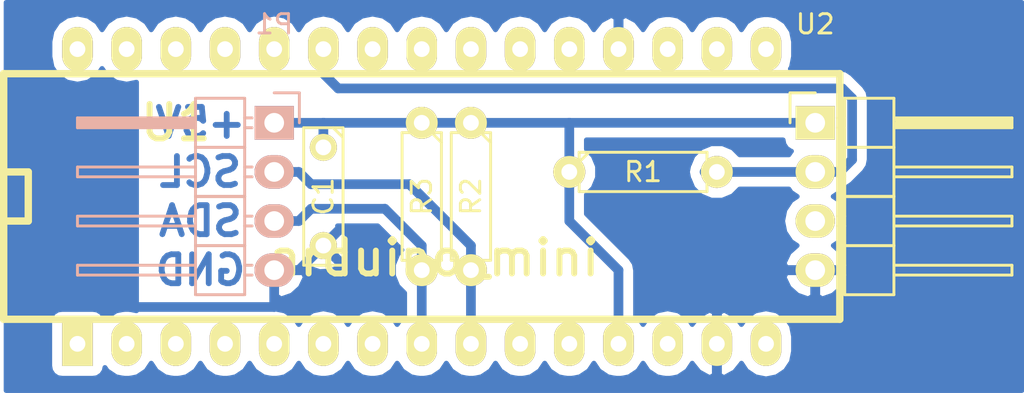
<source format=kicad_pcb>
(kicad_pcb (version 4) (host pcbnew "(after 2015-mar-04 BZR unknown)-product")

  (general
    (links 16)
    (no_connects 0)
    (area 0 0 0 0)
    (thickness 1.6)
    (drawings 4)
    (tracks 49)
    (zones 0)
    (modules 7)
    (nets 31)
  )

  (page A4)
  (layers
    (0 F.Cu signal)
    (31 B.Cu signal)
    (32 B.Adhes user)
    (33 F.Adhes user)
    (34 B.Paste user)
    (35 F.Paste user)
    (36 B.SilkS user)
    (37 F.SilkS user)
    (38 B.Mask user)
    (39 F.Mask user)
    (40 Dwgs.User user)
    (41 Cmts.User user)
    (42 Eco1.User user)
    (43 Eco2.User user)
    (44 Edge.Cuts user)
    (45 Margin user)
    (46 B.CrtYd user)
    (47 F.CrtYd user)
    (48 B.Fab user)
    (49 F.Fab user)
  )

  (setup
    (last_trace_width 0.5)
    (trace_clearance 0.2)
    (zone_clearance 0.508)
    (zone_45_only no)
    (trace_min 0.2)
    (segment_width 0.2)
    (edge_width 0.1)
    (via_size 0.6)
    (via_drill 0.4)
    (via_min_size 0.4)
    (via_min_drill 0.3)
    (uvia_size 0.3)
    (uvia_drill 0.1)
    (uvias_allowed no)
    (uvia_min_size 0.2)
    (uvia_min_drill 0.1)
    (pcb_text_width 0.3)
    (pcb_text_size 1.5 1.5)
    (mod_edge_width 0.15)
    (mod_text_size 1 1)
    (mod_text_width 0.15)
    (pad_size 1.5 1.5)
    (pad_drill 0.6)
    (pad_to_mask_clearance 0)
    (aux_axis_origin 0 0)
    (visible_elements FFFFFF7F)
    (pcbplotparams
      (layerselection 0x00030_80000001)
      (usegerberextensions false)
      (excludeedgelayer true)
      (linewidth 0.100000)
      (plotframeref false)
      (viasonmask false)
      (mode 1)
      (useauxorigin false)
      (hpglpennumber 1)
      (hpglpenspeed 20)
      (hpglpendiameter 15)
      (hpglpenoverlay 2)
      (psnegative false)
      (psa4output false)
      (plotreference true)
      (plotvalue true)
      (plotinvisibletext false)
      (padsonsilk false)
      (subtractmaskfromsilk false)
      (outputformat 1)
      (mirror false)
      (drillshape 1)
      (scaleselection 1)
      (outputdirectory ""))
  )

  (net 0 "")
  (net 1 +5V)
  (net 2 GND)
  (net 3 "Net-(P1-Pad2)")
  (net 4 "Net-(P1-Pad3)")
  (net 5 "Net-(R1-Pad2)")
  (net 6 "Net-(U1-Pad1)")
  (net 7 "Net-(U1-Pad2)")
  (net 8 "Net-(U1-Pad3)")
  (net 9 "Net-(U1-Pad4)")
  (net 10 "Net-(U1-Pad5)")
  (net 11 "Net-(U1-Pad6)")
  (net 12 "Net-(U1-Pad7)")
  (net 13 "Net-(U1-Pad10)")
  (net 14 "Net-(U1-Pad11)")
  (net 15 "Net-(U1-Pad13)")
  (net 16 "Net-(U1-Pad15)")
  (net 17 "Net-(U1-Pad16)")
  (net 18 "Net-(U1-Pad17)")
  (net 19 "Net-(U1-Pad18)")
  (net 20 "Net-(U1-Pad20)")
  (net 21 "Net-(U1-Pad21)")
  (net 22 "Net-(U1-Pad22)")
  (net 23 "Net-(U1-Pad23)")
  (net 24 "Net-(U1-Pad24)")
  (net 25 "Net-(U1-Pad26)")
  (net 26 "Net-(U1-Pad27)")
  (net 27 "Net-(U1-Pad28)")
  (net 28 "Net-(U1-Pad29)")
  (net 29 "Net-(U1-Pad30)")
  (net 30 "Net-(U2-Pad3)")

  (net_class Default "Toto je výchozí třída sítě."
    (clearance 0.2)
    (trace_width 0.5)
    (via_dia 0.6)
    (via_drill 0.4)
    (uvia_dia 0.3)
    (uvia_drill 0.1)
    (add_net +5V)
    (add_net GND)
    (add_net "Net-(P1-Pad2)")
    (add_net "Net-(P1-Pad3)")
    (add_net "Net-(R1-Pad2)")
    (add_net "Net-(U1-Pad1)")
    (add_net "Net-(U1-Pad10)")
    (add_net "Net-(U1-Pad11)")
    (add_net "Net-(U1-Pad13)")
    (add_net "Net-(U1-Pad15)")
    (add_net "Net-(U1-Pad16)")
    (add_net "Net-(U1-Pad17)")
    (add_net "Net-(U1-Pad18)")
    (add_net "Net-(U1-Pad2)")
    (add_net "Net-(U1-Pad20)")
    (add_net "Net-(U1-Pad21)")
    (add_net "Net-(U1-Pad22)")
    (add_net "Net-(U1-Pad23)")
    (add_net "Net-(U1-Pad24)")
    (add_net "Net-(U1-Pad26)")
    (add_net "Net-(U1-Pad27)")
    (add_net "Net-(U1-Pad28)")
    (add_net "Net-(U1-Pad29)")
    (add_net "Net-(U1-Pad3)")
    (add_net "Net-(U1-Pad30)")
    (add_net "Net-(U1-Pad4)")
    (add_net "Net-(U1-Pad5)")
    (add_net "Net-(U1-Pad6)")
    (add_net "Net-(U1-Pad7)")
    (add_net "Net-(U2-Pad3)")
  )

  (module Discret:C2 (layer F.Cu) (tedit 0) (tstamp 563A0612)
    (at 139.7 106.68 270)
    (descr "Condensateur = 2 pas")
    (tags C)
    (path /563A0525)
    (fp_text reference C1 (at 0 0 270) (layer F.SilkS)
      (effects (font (size 1 1) (thickness 0.15)))
    )
    (fp_text value 100n (at 0 0 270) (layer F.Fab)
      (effects (font (size 1 1) (thickness 0.15)))
    )
    (fp_line (start -3.556 -1.016) (end 3.556 -1.016) (layer F.SilkS) (width 0.15))
    (fp_line (start 3.556 -1.016) (end 3.556 1.016) (layer F.SilkS) (width 0.15))
    (fp_line (start 3.556 1.016) (end -3.556 1.016) (layer F.SilkS) (width 0.15))
    (fp_line (start -3.556 1.016) (end -3.556 -1.016) (layer F.SilkS) (width 0.15))
    (fp_line (start -3.556 -0.508) (end -3.048 -1.016) (layer F.SilkS) (width 0.15))
    (pad 1 thru_hole circle (at -2.54 0 270) (size 1.397 1.397) (drill 0.8128) (layers *.Cu *.Mask F.SilkS)
      (net 1 +5V))
    (pad 2 thru_hole circle (at 2.54 0 270) (size 1.397 1.397) (drill 0.8128) (layers *.Cu *.Mask F.SilkS)
      (net 2 GND))
    (model Discret.3dshapes/C2.wrl
      (at (xyz 0 0 0))
      (scale (xyz 1 1 1))
      (rotate (xyz 0 0 0))
    )
  )

  (module Pin_Headers:Pin_Header_Angled_1x04 (layer B.Cu) (tedit 0) (tstamp 563A061A)
    (at 137.16 102.87 180)
    (descr "Through hole pin header")
    (tags "pin header")
    (path /5639FDE0)
    (fp_text reference P1 (at 0 5.1 180) (layer B.SilkS)
      (effects (font (size 1 1) (thickness 0.15)) (justify mirror))
    )
    (fp_text value CONN_01X04 (at 0 3.1 180) (layer B.Fab)
      (effects (font (size 1 1) (thickness 0.15)) (justify mirror))
    )
    (fp_line (start -1.5 1.75) (end -1.5 -9.4) (layer B.CrtYd) (width 0.05))
    (fp_line (start 10.65 1.75) (end 10.65 -9.4) (layer B.CrtYd) (width 0.05))
    (fp_line (start -1.5 1.75) (end 10.65 1.75) (layer B.CrtYd) (width 0.05))
    (fp_line (start -1.5 -9.4) (end 10.65 -9.4) (layer B.CrtYd) (width 0.05))
    (fp_line (start -1.3 1.55) (end -1.3 0) (layer B.SilkS) (width 0.15))
    (fp_line (start 0 1.55) (end -1.3 1.55) (layer B.SilkS) (width 0.15))
    (fp_line (start 4.191 0.127) (end 10.033 0.127) (layer B.SilkS) (width 0.15))
    (fp_line (start 10.033 0.127) (end 10.033 -0.127) (layer B.SilkS) (width 0.15))
    (fp_line (start 10.033 -0.127) (end 4.191 -0.127) (layer B.SilkS) (width 0.15))
    (fp_line (start 4.191 -0.127) (end 4.191 0) (layer B.SilkS) (width 0.15))
    (fp_line (start 4.191 0) (end 10.033 0) (layer B.SilkS) (width 0.15))
    (fp_line (start 1.524 0.254) (end 1.143 0.254) (layer B.SilkS) (width 0.15))
    (fp_line (start 1.524 -0.254) (end 1.143 -0.254) (layer B.SilkS) (width 0.15))
    (fp_line (start 1.524 -2.286) (end 1.143 -2.286) (layer B.SilkS) (width 0.15))
    (fp_line (start 1.524 -2.794) (end 1.143 -2.794) (layer B.SilkS) (width 0.15))
    (fp_line (start 1.524 -4.826) (end 1.143 -4.826) (layer B.SilkS) (width 0.15))
    (fp_line (start 1.524 -5.334) (end 1.143 -5.334) (layer B.SilkS) (width 0.15))
    (fp_line (start 1.524 -7.874) (end 1.143 -7.874) (layer B.SilkS) (width 0.15))
    (fp_line (start 1.524 -7.366) (end 1.143 -7.366) (layer B.SilkS) (width 0.15))
    (fp_line (start 1.524 1.27) (end 4.064 1.27) (layer B.SilkS) (width 0.15))
    (fp_line (start 1.524 -1.27) (end 4.064 -1.27) (layer B.SilkS) (width 0.15))
    (fp_line (start 1.524 -1.27) (end 1.524 -3.81) (layer B.SilkS) (width 0.15))
    (fp_line (start 1.524 -3.81) (end 4.064 -3.81) (layer B.SilkS) (width 0.15))
    (fp_line (start 4.064 -2.286) (end 10.16 -2.286) (layer B.SilkS) (width 0.15))
    (fp_line (start 10.16 -2.286) (end 10.16 -2.794) (layer B.SilkS) (width 0.15))
    (fp_line (start 10.16 -2.794) (end 4.064 -2.794) (layer B.SilkS) (width 0.15))
    (fp_line (start 4.064 -3.81) (end 4.064 -1.27) (layer B.SilkS) (width 0.15))
    (fp_line (start 4.064 -1.27) (end 4.064 1.27) (layer B.SilkS) (width 0.15))
    (fp_line (start 10.16 -0.254) (end 4.064 -0.254) (layer B.SilkS) (width 0.15))
    (fp_line (start 10.16 0.254) (end 10.16 -0.254) (layer B.SilkS) (width 0.15))
    (fp_line (start 4.064 0.254) (end 10.16 0.254) (layer B.SilkS) (width 0.15))
    (fp_line (start 1.524 -1.27) (end 4.064 -1.27) (layer B.SilkS) (width 0.15))
    (fp_line (start 1.524 1.27) (end 1.524 -1.27) (layer B.SilkS) (width 0.15))
    (fp_line (start 1.524 -6.35) (end 4.064 -6.35) (layer B.SilkS) (width 0.15))
    (fp_line (start 1.524 -6.35) (end 1.524 -8.89) (layer B.SilkS) (width 0.15))
    (fp_line (start 1.524 -8.89) (end 4.064 -8.89) (layer B.SilkS) (width 0.15))
    (fp_line (start 4.064 -7.366) (end 10.16 -7.366) (layer B.SilkS) (width 0.15))
    (fp_line (start 10.16 -7.366) (end 10.16 -7.874) (layer B.SilkS) (width 0.15))
    (fp_line (start 10.16 -7.874) (end 4.064 -7.874) (layer B.SilkS) (width 0.15))
    (fp_line (start 4.064 -8.89) (end 4.064 -6.35) (layer B.SilkS) (width 0.15))
    (fp_line (start 4.064 -6.35) (end 4.064 -3.81) (layer B.SilkS) (width 0.15))
    (fp_line (start 10.16 -5.334) (end 4.064 -5.334) (layer B.SilkS) (width 0.15))
    (fp_line (start 10.16 -4.826) (end 10.16 -5.334) (layer B.SilkS) (width 0.15))
    (fp_line (start 4.064 -4.826) (end 10.16 -4.826) (layer B.SilkS) (width 0.15))
    (fp_line (start 1.524 -6.35) (end 4.064 -6.35) (layer B.SilkS) (width 0.15))
    (fp_line (start 1.524 -3.81) (end 1.524 -6.35) (layer B.SilkS) (width 0.15))
    (fp_line (start 1.524 -3.81) (end 4.064 -3.81) (layer B.SilkS) (width 0.15))
    (pad 1 thru_hole rect (at 0 0 180) (size 2.032 1.7272) (drill 1.016) (layers *.Cu *.Mask B.SilkS)
      (net 1 +5V))
    (pad 2 thru_hole oval (at 0 -2.54 180) (size 2.032 1.7272) (drill 1.016) (layers *.Cu *.Mask B.SilkS)
      (net 3 "Net-(P1-Pad2)"))
    (pad 3 thru_hole oval (at 0 -5.08 180) (size 2.032 1.7272) (drill 1.016) (layers *.Cu *.Mask B.SilkS)
      (net 4 "Net-(P1-Pad3)"))
    (pad 4 thru_hole oval (at 0 -7.62 180) (size 2.032 1.7272) (drill 1.016) (layers *.Cu *.Mask B.SilkS)
      (net 2 GND))
    (model Pin_Headers.3dshapes/Pin_Header_Angled_1x04.wrl
      (at (xyz 0 -0.15 0))
      (scale (xyz 1 1 1))
      (rotate (xyz 0 0 90))
    )
  )

  (module Discret:R3-LARGE_PADS (layer F.Cu) (tedit 0) (tstamp 563A0620)
    (at 156.21 105.41)
    (descr "Resitance 3 pas")
    (tags R)
    (path /563A00F3)
    (fp_text reference R1 (at 0 0) (layer F.SilkS)
      (effects (font (size 1 1) (thickness 0.15)))
    )
    (fp_text value 4k7 (at 0 0) (layer F.Fab)
      (effects (font (size 1 1) (thickness 0.15)))
    )
    (fp_line (start -3.81 0) (end -3.302 0) (layer F.SilkS) (width 0.15))
    (fp_line (start 3.81 0) (end 3.302 0) (layer F.SilkS) (width 0.15))
    (fp_line (start 3.302 0) (end 3.302 -1.016) (layer F.SilkS) (width 0.15))
    (fp_line (start 3.302 -1.016) (end -3.302 -1.016) (layer F.SilkS) (width 0.15))
    (fp_line (start -3.302 -1.016) (end -3.302 1.016) (layer F.SilkS) (width 0.15))
    (fp_line (start -3.302 1.016) (end 3.302 1.016) (layer F.SilkS) (width 0.15))
    (fp_line (start 3.302 1.016) (end 3.302 0) (layer F.SilkS) (width 0.15))
    (fp_line (start -3.302 -0.508) (end -2.794 -1.016) (layer F.SilkS) (width 0.15))
    (pad 1 thru_hole circle (at -3.81 0) (size 1.651 1.651) (drill 0.8128) (layers *.Cu *.Mask F.SilkS)
      (net 1 +5V))
    (pad 2 thru_hole circle (at 3.81 0) (size 1.651 1.651) (drill 0.8128) (layers *.Cu *.Mask F.SilkS)
      (net 5 "Net-(R1-Pad2)"))
    (model Discret.3dshapes/R3-LARGE_PADS.wrl
      (at (xyz 0 0 0))
      (scale (xyz 0.3 0.3 0.3))
      (rotate (xyz 0 0 0))
    )
  )

  (module Discret:R3-LARGE_PADS (layer F.Cu) (tedit 0) (tstamp 563A0626)
    (at 147.32 106.68 270)
    (descr "Resitance 3 pas")
    (tags R)
    (path /563A0628)
    (fp_text reference R2 (at 0 0 270) (layer F.SilkS)
      (effects (font (size 1 1) (thickness 0.15)))
    )
    (fp_text value 10k (at 0 0 270) (layer F.Fab)
      (effects (font (size 1 1) (thickness 0.15)))
    )
    (fp_line (start -3.81 0) (end -3.302 0) (layer F.SilkS) (width 0.15))
    (fp_line (start 3.81 0) (end 3.302 0) (layer F.SilkS) (width 0.15))
    (fp_line (start 3.302 0) (end 3.302 -1.016) (layer F.SilkS) (width 0.15))
    (fp_line (start 3.302 -1.016) (end -3.302 -1.016) (layer F.SilkS) (width 0.15))
    (fp_line (start -3.302 -1.016) (end -3.302 1.016) (layer F.SilkS) (width 0.15))
    (fp_line (start -3.302 1.016) (end 3.302 1.016) (layer F.SilkS) (width 0.15))
    (fp_line (start 3.302 1.016) (end 3.302 0) (layer F.SilkS) (width 0.15))
    (fp_line (start -3.302 -0.508) (end -2.794 -1.016) (layer F.SilkS) (width 0.15))
    (pad 1 thru_hole circle (at -3.81 0 270) (size 1.651 1.651) (drill 0.8128) (layers *.Cu *.Mask F.SilkS)
      (net 1 +5V))
    (pad 2 thru_hole circle (at 3.81 0 270) (size 1.651 1.651) (drill 0.8128) (layers *.Cu *.Mask F.SilkS)
      (net 3 "Net-(P1-Pad2)"))
    (model Discret.3dshapes/R3-LARGE_PADS.wrl
      (at (xyz 0 0 0))
      (scale (xyz 0.3 0.3 0.3))
      (rotate (xyz 0 0 0))
    )
  )

  (module Discret:R3-LARGE_PADS (layer F.Cu) (tedit 0) (tstamp 563A062C)
    (at 144.78 106.68 270)
    (descr "Resitance 3 pas")
    (tags R)
    (path /563A065A)
    (fp_text reference R3 (at 0 0 270) (layer F.SilkS)
      (effects (font (size 1 1) (thickness 0.15)))
    )
    (fp_text value 10k (at 0 0 270) (layer F.Fab)
      (effects (font (size 1 1) (thickness 0.15)))
    )
    (fp_line (start -3.81 0) (end -3.302 0) (layer F.SilkS) (width 0.15))
    (fp_line (start 3.81 0) (end 3.302 0) (layer F.SilkS) (width 0.15))
    (fp_line (start 3.302 0) (end 3.302 -1.016) (layer F.SilkS) (width 0.15))
    (fp_line (start 3.302 -1.016) (end -3.302 -1.016) (layer F.SilkS) (width 0.15))
    (fp_line (start -3.302 -1.016) (end -3.302 1.016) (layer F.SilkS) (width 0.15))
    (fp_line (start -3.302 1.016) (end 3.302 1.016) (layer F.SilkS) (width 0.15))
    (fp_line (start 3.302 1.016) (end 3.302 0) (layer F.SilkS) (width 0.15))
    (fp_line (start -3.302 -0.508) (end -2.794 -1.016) (layer F.SilkS) (width 0.15))
    (pad 1 thru_hole circle (at -3.81 0 270) (size 1.651 1.651) (drill 0.8128) (layers *.Cu *.Mask F.SilkS)
      (net 1 +5V))
    (pad 2 thru_hole circle (at 3.81 0 270) (size 1.651 1.651) (drill 0.8128) (layers *.Cu *.Mask F.SilkS)
      (net 4 "Net-(P1-Pad3)"))
    (model Discret.3dshapes/R3-LARGE_PADS.wrl
      (at (xyz 0 0 0))
      (scale (xyz 0.3 0.3 0.3))
      (rotate (xyz 0 0 0))
    )
  )

  (module Libraries:arduino_nano (layer F.Cu) (tedit 563A03FD) (tstamp 563A064E)
    (at 146.05 106.68)
    (descr "30 pins DIL package, elliptical pads, width 600mil (arduino nano)")
    (tags "DIL arduino nano")
    (path /5639FCCD)
    (fp_text reference U1 (at -13.97 -3.81) (layer F.SilkS)
      (effects (font (size 1.778 1.778) (thickness 0.3048)))
    )
    (fp_text value arduino_mini (at -0.635 3.175) (layer F.SilkS)
      (effects (font (size 1.778 1.778) (thickness 0.3048)))
    )
    (fp_line (start -22.86 -6.35) (end 20.32 -6.35) (layer F.SilkS) (width 0.381))
    (fp_line (start 20.32 -6.35) (end 20.32 6.35) (layer F.SilkS) (width 0.381))
    (fp_line (start 20.32 6.35) (end -22.86 6.35) (layer F.SilkS) (width 0.381))
    (fp_line (start -22.86 6.35) (end -22.86 -6.35) (layer F.SilkS) (width 0.381))
    (fp_line (start -22.86 1.27) (end -21.59 1.27) (layer F.SilkS) (width 0.381))
    (fp_line (start -21.59 1.27) (end -21.59 -1.27) (layer F.SilkS) (width 0.381))
    (fp_line (start -21.59 -1.27) (end -22.86 -1.27) (layer F.SilkS) (width 0.381))
    (pad 1 thru_hole rect (at -19.05 7.62) (size 1.5748 2.286) (drill 0.8128) (layers *.Cu *.Mask F.SilkS)
      (net 6 "Net-(U1-Pad1)"))
    (pad 2 thru_hole oval (at -16.51 7.62) (size 1.5748 2.286) (drill 0.8128) (layers *.Cu *.Mask F.SilkS)
      (net 7 "Net-(U1-Pad2)"))
    (pad 3 thru_hole oval (at -13.97 7.62) (size 1.5748 2.286) (drill 0.8128) (layers *.Cu *.Mask F.SilkS)
      (net 8 "Net-(U1-Pad3)"))
    (pad 4 thru_hole oval (at -11.43 7.62) (size 1.5748 2.286) (drill 0.8128) (layers *.Cu *.Mask F.SilkS)
      (net 9 "Net-(U1-Pad4)"))
    (pad 5 thru_hole oval (at -8.89 7.62) (size 1.5748 2.286) (drill 0.8128) (layers *.Cu *.Mask F.SilkS)
      (net 10 "Net-(U1-Pad5)"))
    (pad 6 thru_hole oval (at -6.35 7.62) (size 1.5748 2.286) (drill 0.8128) (layers *.Cu *.Mask F.SilkS)
      (net 11 "Net-(U1-Pad6)"))
    (pad 7 thru_hole oval (at -3.81 7.62) (size 1.5748 2.286) (drill 0.8128) (layers *.Cu *.Mask F.SilkS)
      (net 12 "Net-(U1-Pad7)"))
    (pad 8 thru_hole oval (at -1.27 7.62) (size 1.5748 2.286) (drill 0.8128) (layers *.Cu *.Mask F.SilkS)
      (net 4 "Net-(P1-Pad3)"))
    (pad 9 thru_hole oval (at 1.27 7.62) (size 1.5748 2.286) (drill 0.8128) (layers *.Cu *.Mask F.SilkS)
      (net 3 "Net-(P1-Pad2)"))
    (pad 10 thru_hole oval (at 3.81 7.62) (size 1.5748 2.286) (drill 0.8128) (layers *.Cu *.Mask F.SilkS)
      (net 13 "Net-(U1-Pad10)"))
    (pad 11 thru_hole oval (at 6.35 7.62) (size 1.5748 2.286) (drill 0.8128) (layers *.Cu *.Mask F.SilkS)
      (net 14 "Net-(U1-Pad11)"))
    (pad 12 thru_hole oval (at 8.89 7.62) (size 1.5748 2.286) (drill 0.8128) (layers *.Cu *.Mask F.SilkS)
      (net 1 +5V))
    (pad 13 thru_hole oval (at 11.43 7.62) (size 1.5748 2.286) (drill 0.8128) (layers *.Cu *.Mask F.SilkS)
      (net 15 "Net-(U1-Pad13)"))
    (pad 14 thru_hole oval (at 13.97 7.62) (size 1.5748 2.286) (drill 0.8128) (layers *.Cu *.Mask F.SilkS)
      (net 2 GND))
    (pad 15 thru_hole oval (at 16.51 7.62) (size 1.5748 2.286) (drill 0.8128) (layers *.Cu *.Mask F.SilkS)
      (net 16 "Net-(U1-Pad15)"))
    (pad 16 thru_hole oval (at 16.51 -7.62) (size 1.5748 2.286) (drill 0.8128) (layers *.Cu *.Mask F.SilkS)
      (net 17 "Net-(U1-Pad16)"))
    (pad 17 thru_hole oval (at 13.97 -7.62) (size 1.5748 2.286) (drill 0.8128) (layers *.Cu *.Mask F.SilkS)
      (net 18 "Net-(U1-Pad17)"))
    (pad 18 thru_hole oval (at 11.43 -7.62) (size 1.5748 2.286) (drill 0.8128) (layers *.Cu *.Mask F.SilkS)
      (net 19 "Net-(U1-Pad18)"))
    (pad 19 thru_hole oval (at 8.89 -7.62) (size 1.5748 2.286) (drill 0.8128) (layers *.Cu *.Mask F.SilkS)
      (net 2 GND))
    (pad 20 thru_hole oval (at 6.35 -7.62) (size 1.5748 2.286) (drill 0.8128) (layers *.Cu *.Mask F.SilkS)
      (net 20 "Net-(U1-Pad20)"))
    (pad 21 thru_hole oval (at 3.81 -7.62) (size 1.5748 2.286) (drill 0.8128) (layers *.Cu *.Mask F.SilkS)
      (net 21 "Net-(U1-Pad21)"))
    (pad 22 thru_hole oval (at 1.27 -7.62) (size 1.5748 2.286) (drill 0.8128) (layers *.Cu *.Mask F.SilkS)
      (net 22 "Net-(U1-Pad22)"))
    (pad 23 thru_hole oval (at -1.27 -7.62) (size 1.5748 2.286) (drill 0.8128) (layers *.Cu *.Mask F.SilkS)
      (net 23 "Net-(U1-Pad23)"))
    (pad 24 thru_hole oval (at -3.81 -7.62) (size 1.5748 2.286) (drill 0.8128) (layers *.Cu *.Mask F.SilkS)
      (net 24 "Net-(U1-Pad24)"))
    (pad 25 thru_hole oval (at -6.35 -7.62) (size 1.5748 2.286) (drill 0.8128) (layers *.Cu *.Mask F.SilkS)
      (net 5 "Net-(R1-Pad2)"))
    (pad 26 thru_hole oval (at -8.89 -7.62) (size 1.5748 2.286) (drill 0.8128) (layers *.Cu *.Mask F.SilkS)
      (net 25 "Net-(U1-Pad26)"))
    (pad 27 thru_hole oval (at -11.43 -7.62) (size 1.5748 2.286) (drill 0.8128) (layers *.Cu *.Mask F.SilkS)
      (net 26 "Net-(U1-Pad27)"))
    (pad 28 thru_hole oval (at -13.97 -7.62) (size 1.5748 2.286) (drill 0.8128) (layers *.Cu *.Mask F.SilkS)
      (net 27 "Net-(U1-Pad28)"))
    (pad 29 thru_hole oval (at -16.51 -7.62) (size 1.5748 2.286) (drill 0.8128) (layers *.Cu *.Mask F.SilkS)
      (net 28 "Net-(U1-Pad29)"))
    (pad 30 thru_hole oval (at -19.05 -7.62) (size 1.5748 2.286) (drill 0.8128) (layers *.Cu *.Mask F.SilkS)
      (net 29 "Net-(U1-Pad30)"))
  )

  (module Pin_Headers:Pin_Header_Angled_1x04 (layer F.Cu) (tedit 0) (tstamp 563A0656)
    (at 165.1 102.87)
    (descr "Through hole pin header")
    (tags "pin header")
    (path /5639FC79)
    (fp_text reference U2 (at 0 -5.1) (layer F.SilkS)
      (effects (font (size 1 1) (thickness 0.15)))
    )
    (fp_text value DHT11 (at 0 -3.1) (layer F.Fab)
      (effects (font (size 1 1) (thickness 0.15)))
    )
    (fp_line (start -1.5 -1.75) (end -1.5 9.4) (layer F.CrtYd) (width 0.05))
    (fp_line (start 10.65 -1.75) (end 10.65 9.4) (layer F.CrtYd) (width 0.05))
    (fp_line (start -1.5 -1.75) (end 10.65 -1.75) (layer F.CrtYd) (width 0.05))
    (fp_line (start -1.5 9.4) (end 10.65 9.4) (layer F.CrtYd) (width 0.05))
    (fp_line (start -1.3 -1.55) (end -1.3 0) (layer F.SilkS) (width 0.15))
    (fp_line (start 0 -1.55) (end -1.3 -1.55) (layer F.SilkS) (width 0.15))
    (fp_line (start 4.191 -0.127) (end 10.033 -0.127) (layer F.SilkS) (width 0.15))
    (fp_line (start 10.033 -0.127) (end 10.033 0.127) (layer F.SilkS) (width 0.15))
    (fp_line (start 10.033 0.127) (end 4.191 0.127) (layer F.SilkS) (width 0.15))
    (fp_line (start 4.191 0.127) (end 4.191 0) (layer F.SilkS) (width 0.15))
    (fp_line (start 4.191 0) (end 10.033 0) (layer F.SilkS) (width 0.15))
    (fp_line (start 1.524 -0.254) (end 1.143 -0.254) (layer F.SilkS) (width 0.15))
    (fp_line (start 1.524 0.254) (end 1.143 0.254) (layer F.SilkS) (width 0.15))
    (fp_line (start 1.524 2.286) (end 1.143 2.286) (layer F.SilkS) (width 0.15))
    (fp_line (start 1.524 2.794) (end 1.143 2.794) (layer F.SilkS) (width 0.15))
    (fp_line (start 1.524 4.826) (end 1.143 4.826) (layer F.SilkS) (width 0.15))
    (fp_line (start 1.524 5.334) (end 1.143 5.334) (layer F.SilkS) (width 0.15))
    (fp_line (start 1.524 7.874) (end 1.143 7.874) (layer F.SilkS) (width 0.15))
    (fp_line (start 1.524 7.366) (end 1.143 7.366) (layer F.SilkS) (width 0.15))
    (fp_line (start 1.524 -1.27) (end 4.064 -1.27) (layer F.SilkS) (width 0.15))
    (fp_line (start 1.524 1.27) (end 4.064 1.27) (layer F.SilkS) (width 0.15))
    (fp_line (start 1.524 1.27) (end 1.524 3.81) (layer F.SilkS) (width 0.15))
    (fp_line (start 1.524 3.81) (end 4.064 3.81) (layer F.SilkS) (width 0.15))
    (fp_line (start 4.064 2.286) (end 10.16 2.286) (layer F.SilkS) (width 0.15))
    (fp_line (start 10.16 2.286) (end 10.16 2.794) (layer F.SilkS) (width 0.15))
    (fp_line (start 10.16 2.794) (end 4.064 2.794) (layer F.SilkS) (width 0.15))
    (fp_line (start 4.064 3.81) (end 4.064 1.27) (layer F.SilkS) (width 0.15))
    (fp_line (start 4.064 1.27) (end 4.064 -1.27) (layer F.SilkS) (width 0.15))
    (fp_line (start 10.16 0.254) (end 4.064 0.254) (layer F.SilkS) (width 0.15))
    (fp_line (start 10.16 -0.254) (end 10.16 0.254) (layer F.SilkS) (width 0.15))
    (fp_line (start 4.064 -0.254) (end 10.16 -0.254) (layer F.SilkS) (width 0.15))
    (fp_line (start 1.524 1.27) (end 4.064 1.27) (layer F.SilkS) (width 0.15))
    (fp_line (start 1.524 -1.27) (end 1.524 1.27) (layer F.SilkS) (width 0.15))
    (fp_line (start 1.524 6.35) (end 4.064 6.35) (layer F.SilkS) (width 0.15))
    (fp_line (start 1.524 6.35) (end 1.524 8.89) (layer F.SilkS) (width 0.15))
    (fp_line (start 1.524 8.89) (end 4.064 8.89) (layer F.SilkS) (width 0.15))
    (fp_line (start 4.064 7.366) (end 10.16 7.366) (layer F.SilkS) (width 0.15))
    (fp_line (start 10.16 7.366) (end 10.16 7.874) (layer F.SilkS) (width 0.15))
    (fp_line (start 10.16 7.874) (end 4.064 7.874) (layer F.SilkS) (width 0.15))
    (fp_line (start 4.064 8.89) (end 4.064 6.35) (layer F.SilkS) (width 0.15))
    (fp_line (start 4.064 6.35) (end 4.064 3.81) (layer F.SilkS) (width 0.15))
    (fp_line (start 10.16 5.334) (end 4.064 5.334) (layer F.SilkS) (width 0.15))
    (fp_line (start 10.16 4.826) (end 10.16 5.334) (layer F.SilkS) (width 0.15))
    (fp_line (start 4.064 4.826) (end 10.16 4.826) (layer F.SilkS) (width 0.15))
    (fp_line (start 1.524 6.35) (end 4.064 6.35) (layer F.SilkS) (width 0.15))
    (fp_line (start 1.524 3.81) (end 1.524 6.35) (layer F.SilkS) (width 0.15))
    (fp_line (start 1.524 3.81) (end 4.064 3.81) (layer F.SilkS) (width 0.15))
    (pad 1 thru_hole rect (at 0 0) (size 2.032 1.7272) (drill 1.016) (layers *.Cu *.Mask F.SilkS)
      (net 1 +5V))
    (pad 2 thru_hole oval (at 0 2.54) (size 2.032 1.7272) (drill 1.016) (layers *.Cu *.Mask F.SilkS)
      (net 5 "Net-(R1-Pad2)"))
    (pad 3 thru_hole oval (at 0 5.08) (size 2.032 1.7272) (drill 1.016) (layers *.Cu *.Mask F.SilkS)
      (net 30 "Net-(U2-Pad3)"))
    (pad 4 thru_hole oval (at 0 7.62) (size 2.032 1.7272) (drill 1.016) (layers *.Cu *.Mask F.SilkS)
      (net 2 GND))
    (model Pin_Headers.3dshapes/Pin_Header_Angled_1x04.wrl
      (at (xyz 0 -0.15 0))
      (scale (xyz 1 1 1))
      (rotate (xyz 0 0 90))
    )
  )

  (gr_text SCL (at 133.35 105.41) (layer B.Cu)
    (effects (font (size 1.5 1.5) (thickness 0.3)) (justify mirror))
  )
  (gr_text SDA (at 133.35 107.95) (layer B.Cu)
    (effects (font (size 1.5 1.5) (thickness 0.3)) (justify mirror))
  )
  (gr_text GND (at 133.35 110.49) (layer B.Cu)
    (effects (font (size 1.5 1.5) (thickness 0.3)) (justify mirror))
  )
  (gr_text +5V (at 133.35 102.87) (layer B.Cu)
    (effects (font (size 1.5 1.5) (thickness 0.3)) (justify mirror))
  )

  (segment (start 139.7 104.14) (end 139.7 102.87) (width 0.5) (layer B.Cu) (net 1))
  (segment (start 137.16 102.87) (end 139.7 102.87) (width 0.5) (layer B.Cu) (net 1))
  (segment (start 139.7 102.87) (end 144.78 102.87) (width 0.5) (layer B.Cu) (net 1) (tstamp 563A0ACF))
  (segment (start 152.4 105.41) (end 152.4 102.87) (width 0.5) (layer B.Cu) (net 1))
  (segment (start 144.78 102.87) (end 147.32 102.87) (width 0.5) (layer B.Cu) (net 1) (tstamp 563A098A))
  (segment (start 147.32 102.87) (end 152.4 102.87) (width 0.5) (layer B.Cu) (net 1) (tstamp 563A098B))
  (segment (start 152.4 102.87) (end 165.1 102.87) (width 0.5) (layer B.Cu) (net 1) (tstamp 563A0990))
  (segment (start 152.4 107.95) (end 154.94 110.49) (width 0.5) (layer B.Cu) (net 1) (tstamp 563A06D3))
  (segment (start 154.94 110.49) (end 154.94 114.3) (width 0.5) (layer B.Cu) (net 1) (tstamp 563A06D5))
  (segment (start 152.4 105.41) (end 152.4 107.95) (width 0.5) (layer B.Cu) (net 1))
  (segment (start 137.16 110.49) (end 137.16 112.395) (width 0.5) (layer B.Cu) (net 2))
  (segment (start 160.02 116.205) (end 160.02 114.3) (width 0.5) (layer B.Cu) (net 2) (tstamp 563A0B2B))
  (segment (start 125.73 116.205) (end 160.02 116.205) (width 0.5) (layer B.Cu) (net 2) (tstamp 563A0B2A))
  (segment (start 125.095 115.57) (end 125.73 116.205) (width 0.5) (layer B.Cu) (net 2) (tstamp 563A0B29))
  (segment (start 125.095 113.03) (end 125.095 115.57) (width 0.5) (layer B.Cu) (net 2) (tstamp 563A0B28))
  (segment (start 125.73 112.395) (end 125.095 113.03) (width 0.5) (layer B.Cu) (net 2) (tstamp 563A0B27))
  (segment (start 137.16 112.395) (end 125.73 112.395) (width 0.5) (layer B.Cu) (net 2) (tstamp 563A0B26))
  (segment (start 137.16 110.49) (end 138.43 110.49) (width 0.5) (layer B.Cu) (net 2))
  (segment (start 138.43 110.49) (end 139.7 109.22) (width 0.5) (layer B.Cu) (net 2) (tstamp 563A0B18))
  (segment (start 154.94 99.06) (end 154.94 97.155) (width 0.5) (layer B.Cu) (net 2))
  (segment (start 167.005 110.49) (end 165.1 110.49) (width 0.5) (layer B.Cu) (net 2) (tstamp 563A09ED))
  (segment (start 168.275 109.22) (end 167.005 110.49) (width 0.5) (layer B.Cu) (net 2) (tstamp 563A09EC))
  (segment (start 168.275 100.965) (end 168.275 109.22) (width 0.5) (layer B.Cu) (net 2) (tstamp 563A09E9))
  (segment (start 164.465 97.155) (end 168.275 100.965) (width 0.5) (layer B.Cu) (net 2) (tstamp 563A09E6))
  (segment (start 154.94 97.155) (end 164.465 97.155) (width 0.5) (layer B.Cu) (net 2) (tstamp 563A09E1))
  (segment (start 160.02 114.3) (end 160.02 111.76) (width 0.5) (layer B.Cu) (net 2))
  (segment (start 161.29 110.49) (end 165.1 110.49) (width 0.5) (layer B.Cu) (net 2) (tstamp 563A09DB))
  (segment (start 160.02 111.76) (end 161.29 110.49) (width 0.5) (layer B.Cu) (net 2) (tstamp 563A09D9))
  (segment (start 137.16 105.41) (end 138.43 105.41) (width 0.5) (layer B.Cu) (net 3))
  (segment (start 147.32 109.22) (end 147.32 110.49) (width 0.5) (layer B.Cu) (net 3) (tstamp 563A0B3A))
  (segment (start 144.145 106.045) (end 147.32 109.22) (width 0.5) (layer B.Cu) (net 3) (tstamp 563A0B38))
  (segment (start 139.065 106.045) (end 144.145 106.045) (width 0.5) (layer B.Cu) (net 3) (tstamp 563A0B37))
  (segment (start 138.43 105.41) (end 139.065 106.045) (width 0.5) (layer B.Cu) (net 3) (tstamp 563A0B36))
  (segment (start 147.32 110.49) (end 147.32 114.3) (width 0.5) (layer B.Cu) (net 3))
  (segment (start 144.78 110.49) (end 144.78 109.22) (width 0.5) (layer B.Cu) (net 4))
  (segment (start 142.875 107.315) (end 139.065 107.315) (width 0.5) (layer B.Cu) (net 4) (tstamp 563A0B3E))
  (segment (start 144.78 109.22) (end 142.875 107.315) (width 0.5) (layer B.Cu) (net 4) (tstamp 563A0B3D))
  (segment (start 137.16 107.95) (end 138.43 107.95) (width 0.5) (layer B.Cu) (net 4))
  (segment (start 138.43 107.95) (end 139.065 107.315) (width 0.5) (layer B.Cu) (net 4) (tstamp 563A0B2F))
  (segment (start 144.78 110.49) (end 144.78 114.3) (width 0.5) (layer B.Cu) (net 4))
  (segment (start 165.1 105.41) (end 166.37 105.41) (width 0.5) (layer B.Cu) (net 5))
  (segment (start 139.7 100.33) (end 139.7 99.06) (width 0.5) (layer B.Cu) (net 5) (tstamp 563A0942))
  (segment (start 140.462 101.092) (end 139.7 100.33) (width 0.5) (layer B.Cu) (net 5) (tstamp 563A0940))
  (segment (start 166.497 101.092) (end 140.462 101.092) (width 0.5) (layer B.Cu) (net 5) (tstamp 563A093E))
  (segment (start 167.005 101.6) (end 166.497 101.092) (width 0.5) (layer B.Cu) (net 5) (tstamp 563A093D))
  (segment (start 167.005 104.775) (end 167.005 101.6) (width 0.5) (layer B.Cu) (net 5) (tstamp 563A093C))
  (segment (start 166.37 105.41) (end 167.005 104.775) (width 0.5) (layer B.Cu) (net 5) (tstamp 563A093A))
  (segment (start 160.02 105.41) (end 159.385 105.41) (width 0.5) (layer B.Cu) (net 5))
  (segment (start 160.02 105.41) (end 165.1 105.41) (width 0.5) (layer B.Cu) (net 5))

  (zone (net 2) (net_name GND) (layer B.Cu) (tstamp 563A0843) (hatch edge 0.508)
    (connect_pads (clearance 0.508))
    (min_thickness 0.254)
    (fill yes (arc_segments 16) (thermal_gap 0.508) (thermal_bridge_width 0.508))
    (polygon
      (pts
        (xy 175.895 116.84) (xy 123.19 116.84) (xy 123.19 96.52) (xy 175.895 96.52)
      )
    )
    (filled_polygon
      (pts
        (xy 143.895 112.823069) (xy 143.774211 112.903778) (xy 143.51 113.299198) (xy 143.245789 112.903778) (xy 142.784329 112.595441)
        (xy 142.24 112.487167) (xy 141.695671 112.595441) (xy 141.234211 112.903778) (xy 141.045927 113.185565) (xy 141.045927 109.41252)
        (xy 141.017148 108.882801) (xy 140.8698 108.527071) (xy 140.634188 108.465417) (xy 139.879605 109.22) (xy 140.634188 109.974583)
        (xy 140.8698 109.912929) (xy 141.045927 109.41252) (xy 141.045927 113.185565) (xy 140.97 113.299198) (xy 140.705789 112.903778)
        (xy 140.454583 112.735927) (xy 140.244329 112.595441) (xy 139.7 112.487167) (xy 139.155671 112.595441) (xy 138.694211 112.903778)
        (xy 138.43 113.299198) (xy 138.165789 112.903778) (xy 137.704329 112.595441) (xy 137.287 112.512428) (xy 137.287 111.9886)
        (xy 137.287002 111.9886) (xy 137.287002 111.830925) (xy 137.521913 111.975184) (xy 138.07432 111.781954) (xy 138.510732 111.392036)
        (xy 138.764709 110.864791) (xy 138.767358 110.849026) (xy 138.646217 110.617) (xy 137.287 110.617) (xy 137.287 110.363)
        (xy 138.646217 110.363) (xy 138.741403 110.180685) (xy 138.830163 110.269445) (xy 138.945417 110.15419) (xy 139.007071 110.3898)
        (xy 139.50748 110.565927) (xy 140.037199 110.537148) (xy 140.392929 110.3898) (xy 140.454583 110.154188) (xy 139.7 109.399605)
        (xy 139.685857 109.413747) (xy 139.506252 109.234142) (xy 139.520395 109.22) (xy 139.506252 109.205857) (xy 139.685857 109.026252)
        (xy 139.7 109.040395) (xy 140.454583 108.285812) (xy 140.432128 108.2) (xy 142.50842 108.2) (xy 143.756488 109.448067)
        (xy 143.54257 109.661613) (xy 143.319754 110.198214) (xy 143.319247 110.779237) (xy 143.541126 111.316226) (xy 143.895 111.670718)
        (xy 143.895 112.823069)
      )
    )
    (filled_polygon
      (pts
        (xy 175.768 116.713) (xy 167.890001 116.713) (xy 167.890001 104.775) (xy 167.89 104.774994) (xy 167.89 101.600005)
        (xy 167.89 101.6) (xy 167.890001 101.6) (xy 167.822634 101.261326) (xy 167.822633 101.261325) (xy 167.758975 101.166054)
        (xy 167.63079 100.974211) (xy 167.63079 100.97421) (xy 167.630786 100.974207) (xy 166.99579 100.33921) (xy 166.708675 100.147367)
        (xy 166.652484 100.136189) (xy 166.37 100.079999) (xy 166.369994 100.08) (xy 163.817171 100.08) (xy 163.874126 99.994762)
        (xy 163.9824 99.450433) (xy 163.9824 98.669567) (xy 163.874126 98.125238) (xy 163.565789 97.663778) (xy 163.104329 97.355441)
        (xy 162.56 97.247167) (xy 162.015671 97.355441) (xy 161.554211 97.663778) (xy 161.29 98.059198) (xy 161.025789 97.663778)
        (xy 160.564329 97.355441) (xy 160.02 97.247167) (xy 159.475671 97.355441) (xy 159.014211 97.663778) (xy 158.75 98.059198)
        (xy 158.485789 97.663778) (xy 158.024329 97.355441) (xy 157.48 97.247167) (xy 156.935671 97.355441) (xy 156.474211 97.663778)
        (xy 156.210246 98.058829) (xy 156.205525 98.042738) (xy 155.855986 97.608809) (xy 155.366996 97.341673) (xy 155.28706 97.32499)
        (xy 155.067 97.447148) (xy 155.067 98.933) (xy 155.087 98.933) (xy 155.087 99.187) (xy 155.067 99.187)
        (xy 155.067 99.207) (xy 154.813 99.207) (xy 154.813 99.187) (xy 154.793 99.187) (xy 154.793 98.933)
        (xy 154.813 98.933) (xy 154.813 97.447148) (xy 154.59294 97.32499) (xy 154.513004 97.341673) (xy 154.024014 97.608809)
        (xy 153.674475 98.042738) (xy 153.669753 98.058829) (xy 153.405789 97.663778) (xy 152.944329 97.355441) (xy 152.4 97.247167)
        (xy 151.855671 97.355441) (xy 151.394211 97.663778) (xy 151.13 98.059198) (xy 150.865789 97.663778) (xy 150.404329 97.355441)
        (xy 149.86 97.247167) (xy 149.315671 97.355441) (xy 148.854211 97.663778) (xy 148.59 98.059198) (xy 148.325789 97.663778)
        (xy 147.864329 97.355441) (xy 147.32 97.247167) (xy 146.775671 97.355441) (xy 146.314211 97.663778) (xy 146.05 98.059198)
        (xy 145.785789 97.663778) (xy 145.324329 97.355441) (xy 144.78 97.247167) (xy 144.235671 97.355441) (xy 143.774211 97.663778)
        (xy 143.51 98.059198) (xy 143.245789 97.663778) (xy 142.784329 97.355441) (xy 142.24 97.247167) (xy 141.695671 97.355441)
        (xy 141.234211 97.663778) (xy 140.97 98.059198) (xy 140.705789 97.663778) (xy 140.244329 97.355441) (xy 139.7 97.247167)
        (xy 139.155671 97.355441) (xy 138.694211 97.663778) (xy 138.43 98.059198) (xy 138.165789 97.663778) (xy 137.704329 97.355441)
        (xy 137.16 97.247167) (xy 136.615671 97.355441) (xy 136.154211 97.663778) (xy 135.89 98.059198) (xy 135.625789 97.663778)
        (xy 135.164329 97.355441) (xy 134.62 97.247167) (xy 134.075671 97.355441) (xy 133.614211 97.663778) (xy 133.35 98.059198)
        (xy 133.085789 97.663778) (xy 132.624329 97.355441) (xy 132.08 97.247167) (xy 131.535671 97.355441) (xy 131.074211 97.663778)
        (xy 130.81 98.059198) (xy 130.545789 97.663778) (xy 130.084329 97.355441) (xy 129.54 97.247167) (xy 128.995671 97.355441)
        (xy 128.534211 97.663778) (xy 128.269999 98.059198) (xy 128.005789 97.663778) (xy 127.544329 97.355441) (xy 127 97.247167)
        (xy 126.455671 97.355441) (xy 125.994211 97.663778) (xy 125.685874 98.125238) (xy 125.5776 98.669567) (xy 125.5776 99.450433)
        (xy 125.685874 99.994762) (xy 125.994211 100.456222) (xy 126.455671 100.764559) (xy 127 100.872833) (xy 127.544329 100.764559)
        (xy 128.005789 100.456222) (xy 128.27 100.060801) (xy 128.534211 100.456222) (xy 128.995671 100.764559) (xy 129.54 100.872833)
        (xy 130.048 100.771785) (xy 130.048 112.588214) (xy 129.54 112.487167) (xy 128.995671 112.595441) (xy 128.534211 112.903778)
        (xy 128.419126 113.076013) (xy 128.387863 112.914877) (xy 128.248073 112.702073) (xy 128.03704 112.559623) (xy 127.7874 112.50956)
        (xy 126.2126 112.50956) (xy 125.970477 112.556537) (xy 125.757673 112.696327) (xy 125.615223 112.90736) (xy 125.56516 113.157)
        (xy 125.56516 115.443) (xy 125.612137 115.685123) (xy 125.751927 115.897927) (xy 125.96296 116.040377) (xy 126.2126 116.09044)
        (xy 127.7874 116.09044) (xy 128.029523 116.043463) (xy 128.242327 115.903673) (xy 128.384777 115.69264) (xy 128.41872 115.523378)
        (xy 128.534211 115.696222) (xy 128.995671 116.004559) (xy 129.54 116.112833) (xy 130.084329 116.004559) (xy 130.545789 115.696222)
        (xy 130.81 115.300801) (xy 131.074211 115.696222) (xy 131.535671 116.004559) (xy 132.08 116.112833) (xy 132.624329 116.004559)
        (xy 133.085789 115.696222) (xy 133.35 115.300801) (xy 133.614211 115.696222) (xy 134.075671 116.004559) (xy 134.62 116.112833)
        (xy 135.164329 116.004559) (xy 135.625789 115.696222) (xy 135.89 115.300801) (xy 136.154211 115.696222) (xy 136.615671 116.004559)
        (xy 137.16 116.112833) (xy 137.704329 116.004559) (xy 138.165789 115.696222) (xy 138.43 115.300801) (xy 138.694211 115.696222)
        (xy 139.155671 116.004559) (xy 139.7 116.112833) (xy 140.244329 116.004559) (xy 140.705789 115.696222) (xy 140.97 115.300801)
        (xy 141.234211 115.696222) (xy 141.695671 116.004559) (xy 142.24 116.112833) (xy 142.784329 116.004559) (xy 143.245789 115.696222)
        (xy 143.51 115.300801) (xy 143.774211 115.696222) (xy 144.235671 116.004559) (xy 144.78 116.112833) (xy 145.324329 116.004559)
        (xy 145.785789 115.696222) (xy 146.05 115.300801) (xy 146.314211 115.696222) (xy 146.775671 116.004559) (xy 147.32 116.112833)
        (xy 147.864329 116.004559) (xy 148.325789 115.696222) (xy 148.59 115.300801) (xy 148.854211 115.696222) (xy 149.315671 116.004559)
        (xy 149.86 116.112833) (xy 150.404329 116.004559) (xy 150.865789 115.696222) (xy 151.13 115.300801) (xy 151.394211 115.696222)
        (xy 151.855671 116.004559) (xy 152.4 116.112833) (xy 152.944329 116.004559) (xy 153.405789 115.696222) (xy 153.67 115.300801)
        (xy 153.934211 115.696222) (xy 154.395671 116.004559) (xy 154.94 116.112833) (xy 155.484329 116.004559) (xy 155.945789 115.696222)
        (xy 156.21 115.300801) (xy 156.474211 115.696222) (xy 156.935671 116.004559) (xy 157.48 116.112833) (xy 158.024329 116.004559)
        (xy 158.485789 115.696222) (xy 158.749753 115.30117) (xy 158.754475 115.317262) (xy 159.104014 115.751191) (xy 159.593004 116.018327)
        (xy 159.67294 116.03501) (xy 159.893 115.912852) (xy 159.893 114.427) (xy 159.873 114.427) (xy 159.873 114.173)
        (xy 159.893 114.173) (xy 159.893 112.687148) (xy 159.67294 112.56499) (xy 159.593004 112.581673) (xy 159.104014 112.848809)
        (xy 158.754475 113.282738) (xy 158.749753 113.298829) (xy 158.485789 112.903778) (xy 158.024329 112.595441) (xy 157.48 112.487167)
        (xy 156.935671 112.595441) (xy 156.474211 112.903778) (xy 156.21 113.299198) (xy 155.945789 112.903778) (xy 155.825 112.823069)
        (xy 155.825 110.49) (xy 155.757633 110.151325) (xy 155.56579 109.86421) (xy 155.565786 109.864207) (xy 153.285 107.58342)
        (xy 153.285 106.590202) (xy 153.63743 106.238387) (xy 153.860246 105.701786) (xy 153.860753 105.120763) (xy 153.638874 104.583774)
        (xy 153.285 104.229281) (xy 153.285 103.755) (xy 163.440712 103.755) (xy 163.483537 103.975723) (xy 163.623327 104.188527)
        (xy 163.83436 104.330977) (xy 163.872962 104.338718) (xy 163.855585 104.35033) (xy 163.738874 104.525) (xy 161.200202 104.525)
        (xy 160.848387 104.17257) (xy 160.311786 103.949754) (xy 159.730763 103.949247) (xy 159.193774 104.171126) (xy 158.78257 104.581613)
        (xy 158.598688 105.024448) (xy 158.567367 105.071325) (xy 158.5 105.41) (xy 158.567367 105.748675) (xy 158.599617 105.796942)
        (xy 158.781126 106.236226) (xy 159.191613 106.64743) (xy 159.728214 106.870246) (xy 160.309237 106.870753) (xy 160.846226 106.648874)
        (xy 161.200718 106.295) (xy 163.738874 106.295) (xy 163.855585 106.46967) (xy 164.170365 106.68) (xy 163.855585 106.89033)
        (xy 163.530729 107.376511) (xy 163.416655 107.95) (xy 163.530729 108.523489) (xy 163.855585 109.00967) (xy 164.165069 109.21646)
        (xy 163.749268 109.587964) (xy 163.495291 110.115209) (xy 163.492642 110.130974) (xy 163.613783 110.363) (xy 164.973 110.363)
        (xy 164.973 110.343) (xy 165.227 110.343) (xy 165.227 110.363) (xy 166.586217 110.363) (xy 166.707358 110.130974)
        (xy 166.704709 110.115209) (xy 166.450732 109.587964) (xy 166.03493 109.21646) (xy 166.344415 109.00967) (xy 166.669271 108.523489)
        (xy 166.783345 107.95) (xy 166.669271 107.376511) (xy 166.344415 106.89033) (xy 166.029634 106.68) (xy 166.344415 106.46967)
        (xy 166.475093 106.274096) (xy 166.652484 106.23881) (xy 166.708674 106.227633) (xy 166.708675 106.227633) (xy 166.99579 106.03579)
        (xy 167.630786 105.400792) (xy 167.63079 105.40079) (xy 167.63079 105.400789) (xy 167.758975 105.208946) (xy 167.822633 105.113675)
        (xy 167.822634 105.113674) (xy 167.89 104.775) (xy 167.890001 104.775) (xy 167.890001 116.713) (xy 166.707358 116.713)
        (xy 166.707358 110.849026) (xy 166.586217 110.617) (xy 165.227 110.617) (xy 165.227 111.830924) (xy 165.461913 111.975184)
        (xy 166.01432 111.781954) (xy 166.450732 111.392036) (xy 166.704709 110.864791) (xy 166.707358 110.849026) (xy 166.707358 116.713)
        (xy 164.973 116.713) (xy 164.973 111.830924) (xy 164.973 110.617) (xy 163.613783 110.617) (xy 163.492642 110.849026)
        (xy 163.495291 110.864791) (xy 163.749268 111.392036) (xy 164.18568 111.781954) (xy 164.738087 111.975184) (xy 164.973 111.830924)
        (xy 164.973 116.713) (xy 163.9824 116.713) (xy 163.9824 114.690433) (xy 163.9824 113.909567) (xy 163.874126 113.365238)
        (xy 163.565789 112.903778) (xy 163.104329 112.595441) (xy 162.56 112.487167) (xy 162.015671 112.595441) (xy 161.554211 112.903778)
        (xy 161.290246 113.298829) (xy 161.285525 113.282738) (xy 160.935986 112.848809) (xy 160.446996 112.581673) (xy 160.36706 112.56499)
        (xy 160.147 112.687148) (xy 160.147 114.173) (xy 160.167 114.173) (xy 160.167 114.427) (xy 160.147 114.427)
        (xy 160.147 115.912852) (xy 160.36706 116.03501) (xy 160.446996 116.018327) (xy 160.935986 115.751191) (xy 161.285525 115.317262)
        (xy 161.290246 115.30117) (xy 161.554211 115.696222) (xy 162.015671 116.004559) (xy 162.56 116.112833) (xy 163.104329 116.004559)
        (xy 163.565789 115.696222) (xy 163.874126 115.234762) (xy 163.9824 114.690433) (xy 163.9824 116.713) (xy 123.317 116.713)
        (xy 123.317 96.647) (xy 175.768 96.647) (xy 175.768 116.713)
      )
    )
  )
  (zone (net 0) (net_name "") (layer B.Cu) (tstamp 563A0C06) (hatch edge 0.508)
    (connect_pads (clearance 0.508))
    (min_thickness 0.254)
    (keepout (tracks allowed) (vias allowed) (copperpour not_allowed))
    (fill (arc_segments 16) (thermal_gap 0.508) (thermal_bridge_width 0.508))
    (polygon
      (pts
        (xy 137.16 114.3) (xy 130.175 114.3) (xy 130.175 99.06) (xy 137.16 99.06)
      )
    )
  )
)

</source>
